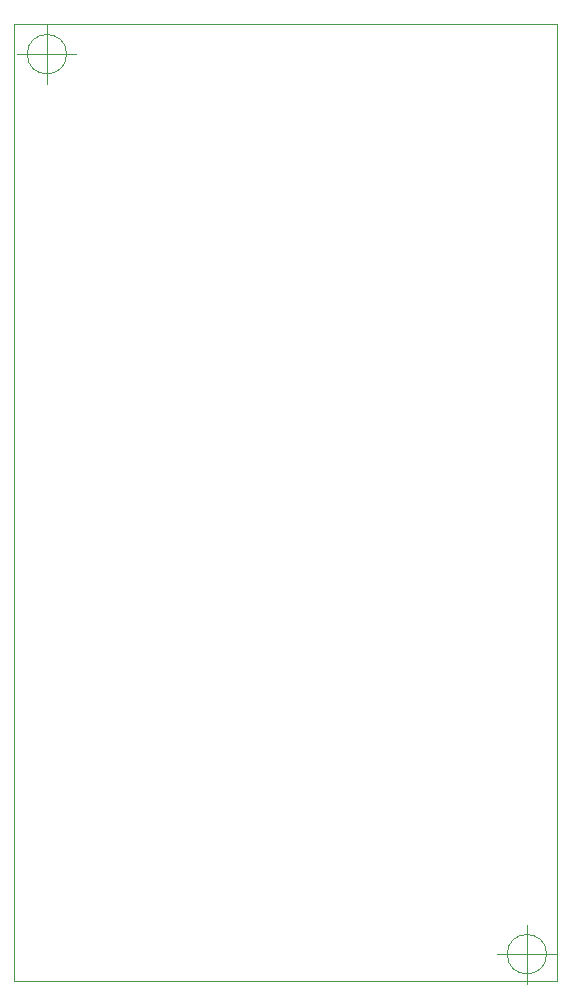
<source format=gbr>
%TF.GenerationSoftware,KiCad,Pcbnew,5.1.4-3.fc30*%
%TF.CreationDate,2019-10-13T14:02:28+02:00*%
%TF.ProjectId,dasa,64617361-2e6b-4696-9361-645f70636258,rev?*%
%TF.SameCoordinates,PX67eb070PY719b7f0*%
%TF.FileFunction,Profile,NP*%
%FSLAX46Y46*%
G04 Gerber Fmt 4.6, Leading zero omitted, Abs format (unit mm)*
G04 Created by KiCad (PCBNEW 5.1.4-3.fc30) date 2019-10-13 14:02:28*
%MOMM*%
%LPD*%
G04 APERTURE LIST*
%ADD10C,0.050000*%
G04 APERTURE END LIST*
D10*
X45100666Y2286000D02*
G75*
G03X45100666Y2286000I-1666666J0D01*
G01*
X40934000Y2286000D02*
X45934000Y2286000D01*
X43434000Y4786000D02*
X43434000Y-214000D01*
X4460666Y78486000D02*
G75*
G03X4460666Y78486000I-1666666J0D01*
G01*
X294000Y78486000D02*
X5294000Y78486000D01*
X2794000Y80986000D02*
X2794000Y75986000D01*
X45974000Y0D02*
X45974000Y81026000D01*
X0Y0D02*
X45974000Y0D01*
X0Y81026000D02*
X0Y0D01*
X45974000Y81026000D02*
X0Y81026000D01*
M02*

</source>
